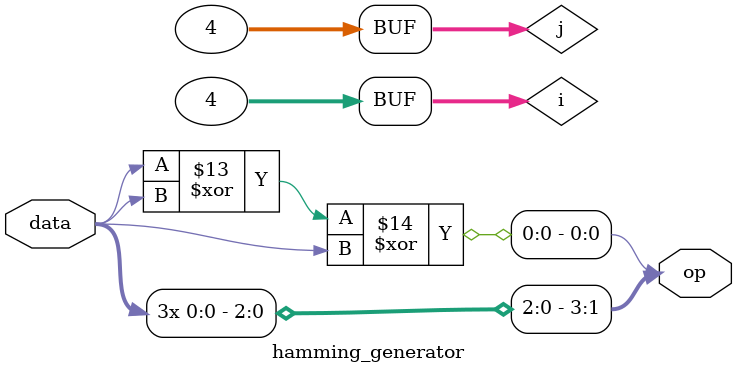
<source format=v>
module hamming_generator #(
		parameter P_BITS = 2,
		parameter OP_WIDTH = (1<<P_BITS) - 1,
		parameter IP_WIDTH = (1<<P_BITS) - P_BITS - 1
	)
	(
		input [IP_WIDTH-1:0] data,
		output reg [OP_WIDTH:0] op
	);
	integer i;
	integer j;

	always @(*) begin
		j=3;
		for (i=3; i<=OP_WIDTH; i=i+1) begin
			op[i] = data[i-j];
			if ( 1<<$clog2(i) == i )
				j = j+1;
		end

		for (i=1; i<=P_BITS; i=i+1) begin
			op[1<<(i-1)] = 0;
			for (j=1; j<=OP_WIDTH; j=j+1) begin
				if ( ((1<<(i-1))&j) != 0)
					op[1<<(i-1)] = op[1<<(i-1)] ^ op[j];
			end
		end
		
		op[0] = 0;
		for (i=1; i<=OP_WIDTH; i=i+1) begin
			op[0] = op[0] ^ op[i];
		end

	end

endmodule

</source>
